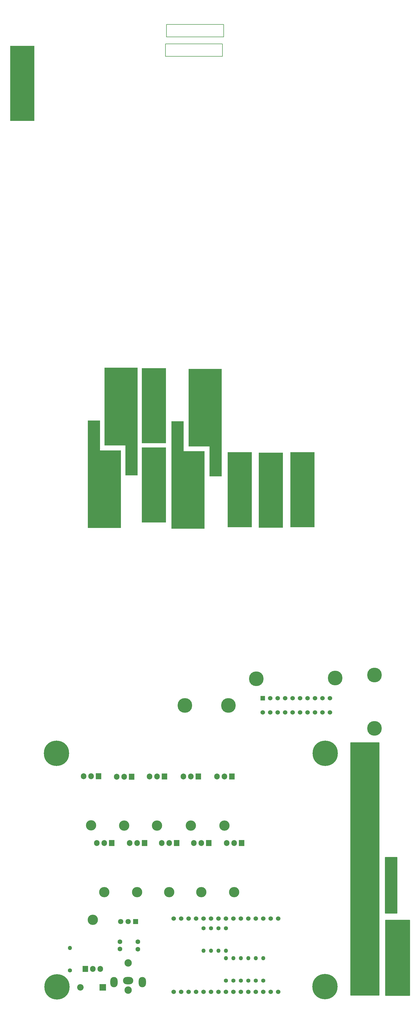
<source format=gbr>
%TF.GenerationSoftware,KiCad,Pcbnew,5.1.7-a382d34a8~88~ubuntu20.04.1*%
%TF.CreationDate,2021-03-09T09:32:07+01:00*%
%TF.ProjectId,narcise-redux,6e617263-6973-4652-9d72-656475782e6b,rev?*%
%TF.SameCoordinates,Original*%
%TF.FileFunction,Soldermask,Bot*%
%TF.FilePolarity,Negative*%
%FSLAX46Y46*%
G04 Gerber Fmt 4.6, Leading zero omitted, Abs format (unit mm)*
G04 Created by KiCad (PCBNEW 5.1.7-a382d34a8~88~ubuntu20.04.1) date 2021-03-09 09:32:07*
%MOMM*%
%LPD*%
G01*
G04 APERTURE LIST*
%ADD10C,0.100000*%
%ADD11C,0.150000*%
%ADD12C,5.000000*%
%ADD13C,0.800000*%
%ADD14C,8.600000*%
%ADD15C,0.900000*%
%ADD16O,1.400000X1.400000*%
%ADD17C,1.400000*%
%ADD18O,1.905000X2.000000*%
%ADD19R,1.905000X2.000000*%
%ADD20O,3.500000X3.500000*%
%ADD21O,3.500000X2.500000*%
%ADD22O,2.500000X3.500000*%
%ADD23C,2.500000*%
%ADD24C,1.524000*%
%ADD25R,1.800000X1.800000*%
%ADD26C,1.800000*%
%ADD27C,1.600000*%
%ADD28R,1.524000X1.524000*%
%ADD29O,2.200000X2.200000*%
%ADD30R,2.200000X2.200000*%
%ADD31C,0.254000*%
G04 APERTURE END LIST*
D10*
G36*
X28956000Y-86106000D02*
G01*
X20828000Y-86106000D01*
X20828000Y-60706000D01*
X28956000Y-60706000D01*
X28956000Y-86106000D01*
G37*
X28956000Y-86106000D02*
X20828000Y-86106000D01*
X20828000Y-60706000D01*
X28956000Y-60706000D01*
X28956000Y-86106000D01*
G36*
X124333000Y-224155000D02*
G01*
X116205000Y-224155000D01*
X116205000Y-198755000D01*
X124333000Y-198755000D01*
X124333000Y-224155000D01*
G37*
X124333000Y-224155000D02*
X116205000Y-224155000D01*
X116205000Y-198755000D01*
X124333000Y-198755000D01*
X124333000Y-224155000D01*
G36*
X113538000Y-224282000D02*
G01*
X105410000Y-224282000D01*
X105410000Y-198882000D01*
X113538000Y-198882000D01*
X113538000Y-224282000D01*
G37*
X113538000Y-224282000D02*
X105410000Y-224282000D01*
X105410000Y-198882000D01*
X113538000Y-198882000D01*
X113538000Y-224282000D01*
G36*
X102997000Y-224155000D02*
G01*
X94869000Y-224155000D01*
X94869000Y-198755000D01*
X102997000Y-198755000D01*
X102997000Y-224155000D01*
G37*
X102997000Y-224155000D02*
X94869000Y-224155000D01*
X94869000Y-198755000D01*
X102997000Y-198755000D01*
X102997000Y-224155000D01*
G36*
X73787000Y-222504000D02*
G01*
X65659000Y-222504000D01*
X65659000Y-197104000D01*
X73787000Y-197104000D01*
X73787000Y-222504000D01*
G37*
X73787000Y-222504000D02*
X65659000Y-222504000D01*
X65659000Y-197104000D01*
X73787000Y-197104000D01*
X73787000Y-222504000D01*
G36*
X73787000Y-195580000D02*
G01*
X65659000Y-195580000D01*
X65659000Y-170180000D01*
X73787000Y-170180000D01*
X73787000Y-195580000D01*
G37*
X73787000Y-195580000D02*
X65659000Y-195580000D01*
X65659000Y-170180000D01*
X73787000Y-170180000D01*
X73787000Y-195580000D01*
D11*
X93472000Y-57658000D02*
X74041000Y-57658000D01*
X73660000Y-64262000D02*
X73660000Y-60071000D01*
X74168000Y-53467000D02*
X93472000Y-53467000D01*
X73787000Y-60071000D02*
X93091000Y-60071000D01*
X74041000Y-53467000D02*
X74168000Y-53467000D01*
X73660000Y-60071000D02*
X73787000Y-60071000D01*
X93091000Y-60071000D02*
X93091000Y-64262000D01*
X93091000Y-64262000D02*
X73660000Y-64262000D01*
X93472000Y-53467000D02*
X93472000Y-57658000D01*
X74041000Y-57658000D02*
X74041000Y-53467000D01*
D10*
G36*
X64135000Y-206502000D02*
G01*
X60071000Y-206502000D01*
X60071000Y-196342000D01*
X52959000Y-196342000D01*
X52959000Y-170053000D01*
X64135000Y-170053000D01*
X64135000Y-206502000D01*
G37*
X64135000Y-206502000D02*
X60071000Y-206502000D01*
X60071000Y-196342000D01*
X52959000Y-196342000D01*
X52959000Y-170053000D01*
X64135000Y-170053000D01*
X64135000Y-206502000D01*
G36*
X92710000Y-206883000D02*
G01*
X88646000Y-206883000D01*
X88646000Y-196723000D01*
X81534000Y-196723000D01*
X81534000Y-170434000D01*
X92710000Y-170434000D01*
X92710000Y-206883000D01*
G37*
X92710000Y-206883000D02*
X88646000Y-206883000D01*
X88646000Y-196723000D01*
X81534000Y-196723000D01*
X81534000Y-170434000D01*
X92710000Y-170434000D01*
X92710000Y-206883000D01*
G36*
X79756000Y-198374000D02*
G01*
X86868000Y-198374000D01*
X86868000Y-224663000D01*
X75692000Y-224663000D01*
X75692000Y-188214000D01*
X79756000Y-188214000D01*
X79756000Y-198374000D01*
G37*
X79756000Y-198374000D02*
X86868000Y-198374000D01*
X86868000Y-224663000D01*
X75692000Y-224663000D01*
X75692000Y-188214000D01*
X79756000Y-188214000D01*
X79756000Y-198374000D01*
G36*
X51308000Y-198120000D02*
G01*
X58420000Y-198120000D01*
X58420000Y-224409000D01*
X47244000Y-224409000D01*
X47244000Y-187960000D01*
X51308000Y-187960000D01*
X51308000Y-198120000D01*
G37*
X51308000Y-198120000D02*
X58420000Y-198120000D01*
X58420000Y-224409000D01*
X47244000Y-224409000D01*
X47244000Y-187960000D01*
X51308000Y-187960000D01*
X51308000Y-198120000D01*
D12*
%TO.C,REF\u002A\u002A*%
X95122000Y-284725000D03*
D13*
X95122000Y-282850000D03*
X96447825Y-283399175D03*
X96997000Y-284725000D03*
X96447825Y-286050825D03*
X95122000Y-286600000D03*
X93796175Y-286050825D03*
X93247000Y-284725000D03*
X93796175Y-283399175D03*
%TD*%
%TO.C,REF\u002A\u002A*%
X78937175Y-283399175D03*
X78388000Y-284725000D03*
X78937175Y-286050825D03*
X80263000Y-286600000D03*
X81588825Y-286050825D03*
X82138000Y-284725000D03*
X81588825Y-283399175D03*
X80263000Y-282850000D03*
D12*
X80263000Y-284725000D03*
%TD*%
%TO.C,REF\u002A\u002A*%
X144793000Y-292577000D03*
D13*
X146668000Y-292577000D03*
X146118825Y-293902825D03*
X144793000Y-294452000D03*
X143467175Y-293902825D03*
X142918000Y-292577000D03*
X143467175Y-291251175D03*
X144793000Y-290702000D03*
X146118825Y-291251175D03*
%TD*%
%TO.C,REF\u002A\u002A*%
X146118825Y-273090175D03*
X144793000Y-272541000D03*
X143467175Y-273090175D03*
X142918000Y-274416000D03*
X143467175Y-275741825D03*
X144793000Y-276291000D03*
X146118825Y-275741825D03*
X146668000Y-274416000D03*
D12*
X144793000Y-274416000D03*
%TD*%
%TO.C,REF\u002A\u002A*%
X131378000Y-275447000D03*
D13*
X133253000Y-275447000D03*
X132703825Y-276772825D03*
X131378000Y-277322000D03*
X130052175Y-276772825D03*
X129503000Y-275447000D03*
X130052175Y-274121175D03*
X131378000Y-273572000D03*
X132703825Y-274121175D03*
%TD*%
%TO.C,REF\u002A\u002A*%
X105906825Y-274375175D03*
X104581000Y-273826000D03*
X103255175Y-274375175D03*
X102706000Y-275701000D03*
X103255175Y-277026825D03*
X104581000Y-277576000D03*
X105906825Y-277026825D03*
X106456000Y-275701000D03*
D12*
X104581000Y-275701000D03*
%TD*%
D14*
%TO.C,REF\u002A\u002A*%
X36599000Y-301006000D03*
D15*
X39824000Y-301006000D03*
X38879419Y-303286419D03*
X36599000Y-304231000D03*
X34318581Y-303286419D03*
X33374000Y-301006000D03*
X34318581Y-298725581D03*
X36599000Y-297781000D03*
X38879419Y-298725581D03*
%TD*%
D14*
%TO.C,REF\u002A\u002A*%
X128039000Y-301006000D03*
D15*
X131264000Y-301006000D03*
X130319419Y-303286419D03*
X128039000Y-304231000D03*
X125758581Y-303286419D03*
X124814000Y-301006000D03*
X125758581Y-298725581D03*
X128039000Y-297781000D03*
X130319419Y-298725581D03*
%TD*%
D14*
%TO.C,REF\u002A\u002A*%
X127912000Y-380254000D03*
D15*
X131137000Y-380254000D03*
X130192419Y-382534419D03*
X127912000Y-383479000D03*
X125631581Y-382534419D03*
X124687000Y-380254000D03*
X125631581Y-377973581D03*
X127912000Y-377029000D03*
X130192419Y-377973581D03*
%TD*%
%TO.C,REF\u002A\u002A*%
X39006419Y-378100581D03*
X36726000Y-377156000D03*
X34445581Y-378100581D03*
X33501000Y-380381000D03*
X34445581Y-382661419D03*
X36726000Y-383606000D03*
X39006419Y-382661419D03*
X39951000Y-380381000D03*
D14*
X36726000Y-380381000D03*
%TD*%
D16*
%TO.C,R11*%
X94257000Y-368062000D03*
D17*
X94257000Y-360442000D03*
%TD*%
D16*
%TO.C,R10*%
X91717000Y-368062000D03*
D17*
X91717000Y-360442000D03*
%TD*%
D16*
%TO.C,R9*%
X89177000Y-368062000D03*
D17*
X89177000Y-360442000D03*
%TD*%
D16*
%TO.C,R8*%
X86637000Y-368062000D03*
D17*
X86637000Y-360442000D03*
%TD*%
D16*
%TO.C,R7*%
X106957000Y-370602000D03*
D17*
X106957000Y-378222000D03*
%TD*%
D16*
%TO.C,R5*%
X104417000Y-370602000D03*
D17*
X104417000Y-378222000D03*
%TD*%
D16*
%TO.C,R4*%
X101877000Y-370602000D03*
D17*
X101877000Y-378222000D03*
%TD*%
D16*
%TO.C,R3*%
X99337000Y-370602000D03*
D17*
X99337000Y-378222000D03*
%TD*%
D16*
%TO.C,R2*%
X96797000Y-370602000D03*
D17*
X96797000Y-378222000D03*
%TD*%
D18*
%TO.C,Q11*%
X94511000Y-331486000D03*
X97051000Y-331486000D03*
D19*
X99591000Y-331486000D03*
D20*
X97051000Y-348146000D03*
%TD*%
D18*
%TO.C,Q10*%
X83335000Y-331486000D03*
X85875000Y-331486000D03*
D19*
X88415000Y-331486000D03*
D20*
X85875000Y-348146000D03*
%TD*%
D18*
%TO.C,Q9*%
X72413000Y-331486000D03*
X74953000Y-331486000D03*
D19*
X77493000Y-331486000D03*
D20*
X74953000Y-348146000D03*
%TD*%
D18*
%TO.C,Q8*%
X61491000Y-331486000D03*
X64031000Y-331486000D03*
D19*
X66571000Y-331486000D03*
D20*
X64031000Y-348146000D03*
%TD*%
D18*
%TO.C,Q7*%
X50315000Y-331486000D03*
X52855000Y-331486000D03*
D19*
X55395000Y-331486000D03*
D20*
X52855000Y-348146000D03*
%TD*%
D18*
%TO.C,Q5*%
X91209000Y-308880000D03*
X93749000Y-308880000D03*
D19*
X96289000Y-308880000D03*
D20*
X93749000Y-325540000D03*
%TD*%
D18*
%TO.C,Q4*%
X79779000Y-308880000D03*
X82319000Y-308880000D03*
D19*
X84859000Y-308880000D03*
D20*
X82319000Y-325540000D03*
%TD*%
D18*
%TO.C,Q3*%
X68238000Y-308881000D03*
X70778000Y-308881000D03*
D19*
X73318000Y-308881000D03*
D20*
X70778000Y-325541000D03*
%TD*%
D18*
%TO.C,Q2*%
X57099000Y-308939000D03*
X59639000Y-308939000D03*
D19*
X62179000Y-308939000D03*
D20*
X59639000Y-325599000D03*
%TD*%
D21*
%TO.C,U21*%
X60983000Y-378222000D03*
D22*
X56183000Y-378722000D03*
X65783000Y-378722000D03*
D23*
X60983000Y-372222000D03*
X60983000Y-381472000D03*
%TD*%
D24*
%TO.C,U11*%
X76477000Y-357140000D03*
X79017000Y-357140000D03*
X81557000Y-357140000D03*
X84097000Y-357140000D03*
X86637000Y-357140000D03*
X89177000Y-357140000D03*
X91717000Y-357140000D03*
X94257000Y-357140000D03*
X96797000Y-357140000D03*
X99337000Y-357140000D03*
X101877000Y-357140000D03*
X104417000Y-357140000D03*
X106957000Y-357140000D03*
X109497000Y-357140000D03*
X112037000Y-357140000D03*
X112037000Y-382032000D03*
X109497000Y-382032000D03*
X109497000Y-382032000D03*
X106957000Y-382032000D03*
X104417000Y-382032000D03*
X101877000Y-382032000D03*
X99337000Y-382032000D03*
X96797000Y-382032000D03*
X94257000Y-382032000D03*
X91717000Y-382032000D03*
X89177000Y-382032000D03*
X86637000Y-382032000D03*
X84097000Y-382032000D03*
X81557000Y-382032000D03*
X79017000Y-382032000D03*
X76477000Y-382032000D03*
%TD*%
D25*
%TO.C,U10*%
X63523000Y-358156000D03*
D26*
X60983000Y-358156000D03*
X58443000Y-358156000D03*
%TD*%
D16*
%TO.C,R6*%
X41171000Y-367173000D03*
D17*
X41171000Y-374793000D03*
%TD*%
D16*
%TO.C,R1*%
X94257000Y-370602000D03*
D17*
X94257000Y-378222000D03*
%TD*%
D18*
%TO.C,Q6*%
X51459000Y-374259000D03*
X48919000Y-374259000D03*
D19*
X46379000Y-374259000D03*
D20*
X48919000Y-357599000D03*
%TD*%
D18*
%TO.C,Q1*%
X45856000Y-308835000D03*
X48396000Y-308835000D03*
D19*
X50936000Y-308835000D03*
D20*
X48396000Y-325495000D03*
%TD*%
D27*
%TO.C,Murata-Ceramic-Capacitor-50v1-22uF2*%
X58189000Y-367514000D03*
X58189000Y-365014000D03*
%TD*%
%TO.C,Murata-Ceramic-Capacitor-50v1-22uF1*%
X64285000Y-365054000D03*
X64285000Y-367554000D03*
%TD*%
D24*
%TO.C,J8*%
X129600000Y-287156400D03*
X129600000Y-282305000D03*
X127060000Y-287156400D03*
X127060000Y-282305000D03*
X124520000Y-287156400D03*
X124520000Y-282305000D03*
X121980000Y-287156400D03*
X121980000Y-282305000D03*
X119440000Y-287156400D03*
X119440000Y-282305000D03*
X116900000Y-287156400D03*
X116900000Y-282305000D03*
X114360000Y-287156400D03*
X114360000Y-282305000D03*
X111820000Y-287156400D03*
X111820000Y-282305000D03*
X109280000Y-287156400D03*
X109280000Y-282305000D03*
X106740000Y-287156400D03*
D28*
X106740000Y-282305000D03*
%TD*%
D29*
%TO.C,D1*%
X44759000Y-380508000D03*
D30*
X52379000Y-380508000D03*
%TD*%
D31*
X146290505Y-383102000D02*
X136638505Y-383102000D01*
X136638505Y-297377000D01*
X146290505Y-297377000D01*
X146290505Y-383102000D01*
D10*
G36*
X146290505Y-383102000D02*
G01*
X136638505Y-383102000D01*
X136638505Y-297377000D01*
X146290505Y-297377000D01*
X146290505Y-383102000D01*
G37*
D31*
X152423000Y-355323000D02*
X148477000Y-355323000D01*
X148477000Y-336302000D01*
X152423000Y-336302000D01*
X152423000Y-355323000D01*
D10*
G36*
X152423000Y-355323000D02*
G01*
X148477000Y-355323000D01*
X148477000Y-336302000D01*
X152423000Y-336302000D01*
X152423000Y-355323000D01*
G37*
D31*
X156773000Y-383198000D02*
X148502000Y-383198000D01*
X148502000Y-357677000D01*
X156773000Y-357677000D01*
X156773000Y-383198000D01*
D10*
G36*
X156773000Y-383198000D02*
G01*
X148502000Y-383198000D01*
X148502000Y-357677000D01*
X156773000Y-357677000D01*
X156773000Y-383198000D01*
G37*
M02*

</source>
